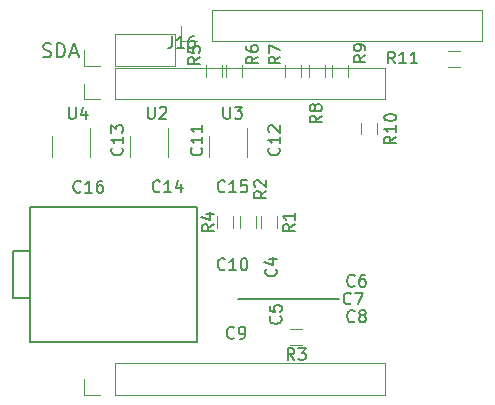
<source format=gto>
G04 #@! TF.FileFunction,Legend,Top*
%FSLAX46Y46*%
G04 Gerber Fmt 4.6, Leading zero omitted, Abs format (unit mm)*
G04 Created by KiCad (PCBNEW 4.0.7-e2-6376~58~ubuntu16.04.1) date Mon Mar 19 16:28:18 2018*
%MOMM*%
%LPD*%
G01*
G04 APERTURE LIST*
%ADD10C,0.100000*%
%ADD11C,0.150000*%
%ADD12C,0.200000*%
%ADD13C,0.120000*%
G04 APERTURE END LIST*
D10*
D11*
X84050000Y-100140000D02*
X92550000Y-100140000D01*
D12*
X67492857Y-79625714D02*
X67664286Y-79682857D01*
X67950000Y-79682857D01*
X68064286Y-79625714D01*
X68121429Y-79568571D01*
X68178572Y-79454286D01*
X68178572Y-79340000D01*
X68121429Y-79225714D01*
X68064286Y-79168571D01*
X67950000Y-79111429D01*
X67721429Y-79054286D01*
X67607143Y-78997143D01*
X67550000Y-78940000D01*
X67492857Y-78825714D01*
X67492857Y-78711429D01*
X67550000Y-78597143D01*
X67607143Y-78540000D01*
X67721429Y-78482857D01*
X68007143Y-78482857D01*
X68178572Y-78540000D01*
X68692857Y-79682857D02*
X68692857Y-78482857D01*
X68978572Y-78482857D01*
X69150000Y-78540000D01*
X69264286Y-78654286D01*
X69321429Y-78768571D01*
X69378572Y-78997143D01*
X69378572Y-79168571D01*
X69321429Y-79397143D01*
X69264286Y-79511429D01*
X69150000Y-79625714D01*
X68978572Y-79682857D01*
X68692857Y-79682857D01*
X69835714Y-79340000D02*
X70407143Y-79340000D01*
X69721429Y-79682857D02*
X70121429Y-78482857D01*
X70521429Y-79682857D01*
D11*
X66440000Y-96040000D02*
X64940000Y-96040000D01*
X64940000Y-96040000D02*
X64940000Y-100040000D01*
X64940000Y-100040000D02*
X66440000Y-100040000D01*
X66440000Y-92340000D02*
X80540000Y-92340000D01*
X80540000Y-92340000D02*
X80540000Y-103740000D01*
X80540000Y-103740000D02*
X66440000Y-103740000D01*
X66440000Y-103740000D02*
X66440000Y-92340000D01*
D13*
X96490000Y-83230000D02*
X96490000Y-80570000D01*
X73570000Y-83230000D02*
X96490000Y-83230000D01*
X73570000Y-80570000D02*
X96490000Y-80570000D01*
X73570000Y-83230000D02*
X73570000Y-80570000D01*
X72300000Y-83230000D02*
X70970000Y-83230000D01*
X70970000Y-83230000D02*
X70970000Y-81900000D01*
X104710000Y-78310000D02*
X104710000Y-75650000D01*
X81790000Y-78310000D02*
X104710000Y-78310000D01*
X81790000Y-75650000D02*
X104710000Y-75650000D01*
X81790000Y-78310000D02*
X81790000Y-75650000D01*
X80520000Y-78310000D02*
X79190000Y-78310000D01*
X79190000Y-78310000D02*
X79190000Y-76980000D01*
X96490000Y-108230000D02*
X96490000Y-105570000D01*
X73570000Y-108230000D02*
X96490000Y-108230000D01*
X73570000Y-105570000D02*
X96490000Y-105570000D01*
X73570000Y-108230000D02*
X73570000Y-105570000D01*
X72300000Y-108230000D02*
X70970000Y-108230000D01*
X70970000Y-108230000D02*
X70970000Y-106900000D01*
X87330000Y-93140000D02*
X87330000Y-94140000D01*
X85970000Y-94140000D02*
X85970000Y-93140000D01*
X84170000Y-94140000D02*
X84170000Y-93140000D01*
X85530000Y-93140000D02*
X85530000Y-94140000D01*
X88450000Y-102660000D02*
X89450000Y-102660000D01*
X89450000Y-104020000D02*
X88450000Y-104020000D01*
X83630000Y-93140000D02*
X83630000Y-94140000D01*
X82270000Y-94140000D02*
X82270000Y-93140000D01*
X74890000Y-86340000D02*
X74890000Y-88140000D01*
X78110000Y-88140000D02*
X78110000Y-85690000D01*
X81545000Y-86340000D02*
X81545000Y-88140000D01*
X84765000Y-88140000D02*
X84765000Y-85690000D01*
X68250000Y-86340000D02*
X68250000Y-88140000D01*
X71470000Y-88140000D02*
X71470000Y-85690000D01*
X83020000Y-81340000D02*
X83020000Y-80340000D01*
X84380000Y-80340000D02*
X84380000Y-81340000D01*
X89330000Y-80330000D02*
X89330000Y-81330000D01*
X87970000Y-81330000D02*
X87970000Y-80330000D01*
X91355000Y-80330000D02*
X91355000Y-81330000D01*
X89995000Y-81330000D02*
X89995000Y-80330000D01*
X93355000Y-80330000D02*
X93355000Y-81330000D01*
X91995000Y-81330000D02*
X91995000Y-80330000D01*
X95805000Y-85190000D02*
X95805000Y-86190000D01*
X94445000Y-86190000D02*
X94445000Y-85190000D01*
X102775000Y-80470000D02*
X101775000Y-80470000D01*
X101775000Y-79110000D02*
X102775000Y-79110000D01*
X78720000Y-80370000D02*
X78720000Y-77710000D01*
X73580000Y-80370000D02*
X78720000Y-80370000D01*
X73580000Y-77710000D02*
X78720000Y-77710000D01*
X73580000Y-80370000D02*
X73580000Y-77710000D01*
X72310000Y-80370000D02*
X70980000Y-80370000D01*
X70980000Y-80370000D02*
X70980000Y-79040000D01*
X81270000Y-81340000D02*
X81270000Y-80340000D01*
X82630000Y-80340000D02*
X82630000Y-81340000D01*
D11*
X78440477Y-77892381D02*
X78440477Y-78606667D01*
X78392857Y-78749524D01*
X78297619Y-78844762D01*
X78154762Y-78892381D01*
X78059524Y-78892381D01*
X79440477Y-78892381D02*
X78869048Y-78892381D01*
X79154762Y-78892381D02*
X79154762Y-77892381D01*
X79059524Y-78035238D01*
X78964286Y-78130476D01*
X78869048Y-78178095D01*
X80297620Y-77892381D02*
X80107143Y-77892381D01*
X80011905Y-77940000D01*
X79964286Y-77987619D01*
X79869048Y-78130476D01*
X79821429Y-78320952D01*
X79821429Y-78701905D01*
X79869048Y-78797143D01*
X79916667Y-78844762D01*
X80011905Y-78892381D01*
X80202382Y-78892381D01*
X80297620Y-78844762D01*
X80345239Y-78797143D01*
X80392858Y-78701905D01*
X80392858Y-78463810D01*
X80345239Y-78368571D01*
X80297620Y-78320952D01*
X80202382Y-78273333D01*
X80011905Y-78273333D01*
X79916667Y-78320952D01*
X79869048Y-78368571D01*
X79821429Y-78463810D01*
D12*
X87207143Y-97606666D02*
X87254762Y-97654285D01*
X87302381Y-97797142D01*
X87302381Y-97892380D01*
X87254762Y-98035238D01*
X87159524Y-98130476D01*
X87064286Y-98178095D01*
X86873810Y-98225714D01*
X86730952Y-98225714D01*
X86540476Y-98178095D01*
X86445238Y-98130476D01*
X86350000Y-98035238D01*
X86302381Y-97892380D01*
X86302381Y-97797142D01*
X86350000Y-97654285D01*
X86397619Y-97606666D01*
X86635714Y-96749523D02*
X87302381Y-96749523D01*
X86254762Y-96987619D02*
X86969048Y-97225714D01*
X86969048Y-96606666D01*
X87607143Y-101606666D02*
X87654762Y-101654285D01*
X87702381Y-101797142D01*
X87702381Y-101892380D01*
X87654762Y-102035238D01*
X87559524Y-102130476D01*
X87464286Y-102178095D01*
X87273810Y-102225714D01*
X87130952Y-102225714D01*
X86940476Y-102178095D01*
X86845238Y-102130476D01*
X86750000Y-102035238D01*
X86702381Y-101892380D01*
X86702381Y-101797142D01*
X86750000Y-101654285D01*
X86797619Y-101606666D01*
X86702381Y-100701904D02*
X86702381Y-101178095D01*
X87178571Y-101225714D01*
X87130952Y-101178095D01*
X87083333Y-101082857D01*
X87083333Y-100844761D01*
X87130952Y-100749523D01*
X87178571Y-100701904D01*
X87273810Y-100654285D01*
X87511905Y-100654285D01*
X87607143Y-100701904D01*
X87654762Y-100749523D01*
X87702381Y-100844761D01*
X87702381Y-101082857D01*
X87654762Y-101178095D01*
X87607143Y-101225714D01*
X93883334Y-98997143D02*
X93835715Y-99044762D01*
X93692858Y-99092381D01*
X93597620Y-99092381D01*
X93454762Y-99044762D01*
X93359524Y-98949524D01*
X93311905Y-98854286D01*
X93264286Y-98663810D01*
X93264286Y-98520952D01*
X93311905Y-98330476D01*
X93359524Y-98235238D01*
X93454762Y-98140000D01*
X93597620Y-98092381D01*
X93692858Y-98092381D01*
X93835715Y-98140000D01*
X93883334Y-98187619D01*
X94740477Y-98092381D02*
X94550000Y-98092381D01*
X94454762Y-98140000D01*
X94407143Y-98187619D01*
X94311905Y-98330476D01*
X94264286Y-98520952D01*
X94264286Y-98901905D01*
X94311905Y-98997143D01*
X94359524Y-99044762D01*
X94454762Y-99092381D01*
X94645239Y-99092381D01*
X94740477Y-99044762D01*
X94788096Y-98997143D01*
X94835715Y-98901905D01*
X94835715Y-98663810D01*
X94788096Y-98568571D01*
X94740477Y-98520952D01*
X94645239Y-98473333D01*
X94454762Y-98473333D01*
X94359524Y-98520952D01*
X94311905Y-98568571D01*
X94264286Y-98663810D01*
X93583334Y-100497143D02*
X93535715Y-100544762D01*
X93392858Y-100592381D01*
X93297620Y-100592381D01*
X93154762Y-100544762D01*
X93059524Y-100449524D01*
X93011905Y-100354286D01*
X92964286Y-100163810D01*
X92964286Y-100020952D01*
X93011905Y-99830476D01*
X93059524Y-99735238D01*
X93154762Y-99640000D01*
X93297620Y-99592381D01*
X93392858Y-99592381D01*
X93535715Y-99640000D01*
X93583334Y-99687619D01*
X93916667Y-99592381D02*
X94583334Y-99592381D01*
X94154762Y-100592381D01*
X93883334Y-101997143D02*
X93835715Y-102044762D01*
X93692858Y-102092381D01*
X93597620Y-102092381D01*
X93454762Y-102044762D01*
X93359524Y-101949524D01*
X93311905Y-101854286D01*
X93264286Y-101663810D01*
X93264286Y-101520952D01*
X93311905Y-101330476D01*
X93359524Y-101235238D01*
X93454762Y-101140000D01*
X93597620Y-101092381D01*
X93692858Y-101092381D01*
X93835715Y-101140000D01*
X93883334Y-101187619D01*
X94454762Y-101520952D02*
X94359524Y-101473333D01*
X94311905Y-101425714D01*
X94264286Y-101330476D01*
X94264286Y-101282857D01*
X94311905Y-101187619D01*
X94359524Y-101140000D01*
X94454762Y-101092381D01*
X94645239Y-101092381D01*
X94740477Y-101140000D01*
X94788096Y-101187619D01*
X94835715Y-101282857D01*
X94835715Y-101330476D01*
X94788096Y-101425714D01*
X94740477Y-101473333D01*
X94645239Y-101520952D01*
X94454762Y-101520952D01*
X94359524Y-101568571D01*
X94311905Y-101616190D01*
X94264286Y-101711429D01*
X94264286Y-101901905D01*
X94311905Y-101997143D01*
X94359524Y-102044762D01*
X94454762Y-102092381D01*
X94645239Y-102092381D01*
X94740477Y-102044762D01*
X94788096Y-101997143D01*
X94835715Y-101901905D01*
X94835715Y-101711429D01*
X94788096Y-101616190D01*
X94740477Y-101568571D01*
X94645239Y-101520952D01*
X83683334Y-103397143D02*
X83635715Y-103444762D01*
X83492858Y-103492381D01*
X83397620Y-103492381D01*
X83254762Y-103444762D01*
X83159524Y-103349524D01*
X83111905Y-103254286D01*
X83064286Y-103063810D01*
X83064286Y-102920952D01*
X83111905Y-102730476D01*
X83159524Y-102635238D01*
X83254762Y-102540000D01*
X83397620Y-102492381D01*
X83492858Y-102492381D01*
X83635715Y-102540000D01*
X83683334Y-102587619D01*
X84159524Y-103492381D02*
X84350000Y-103492381D01*
X84445239Y-103444762D01*
X84492858Y-103397143D01*
X84588096Y-103254286D01*
X84635715Y-103063810D01*
X84635715Y-102682857D01*
X84588096Y-102587619D01*
X84540477Y-102540000D01*
X84445239Y-102492381D01*
X84254762Y-102492381D01*
X84159524Y-102540000D01*
X84111905Y-102587619D01*
X84064286Y-102682857D01*
X84064286Y-102920952D01*
X84111905Y-103016190D01*
X84159524Y-103063810D01*
X84254762Y-103111429D01*
X84445239Y-103111429D01*
X84540477Y-103063810D01*
X84588096Y-103016190D01*
X84635715Y-102920952D01*
X82907143Y-97597143D02*
X82859524Y-97644762D01*
X82716667Y-97692381D01*
X82621429Y-97692381D01*
X82478571Y-97644762D01*
X82383333Y-97549524D01*
X82335714Y-97454286D01*
X82288095Y-97263810D01*
X82288095Y-97120952D01*
X82335714Y-96930476D01*
X82383333Y-96835238D01*
X82478571Y-96740000D01*
X82621429Y-96692381D01*
X82716667Y-96692381D01*
X82859524Y-96740000D01*
X82907143Y-96787619D01*
X83859524Y-97692381D02*
X83288095Y-97692381D01*
X83573809Y-97692381D02*
X83573809Y-96692381D01*
X83478571Y-96835238D01*
X83383333Y-96930476D01*
X83288095Y-96978095D01*
X84478571Y-96692381D02*
X84573810Y-96692381D01*
X84669048Y-96740000D01*
X84716667Y-96787619D01*
X84764286Y-96882857D01*
X84811905Y-97073333D01*
X84811905Y-97311429D01*
X84764286Y-97501905D01*
X84716667Y-97597143D01*
X84669048Y-97644762D01*
X84573810Y-97692381D01*
X84478571Y-97692381D01*
X84383333Y-97644762D01*
X84335714Y-97597143D01*
X84288095Y-97501905D01*
X84240476Y-97311429D01*
X84240476Y-97073333D01*
X84288095Y-96882857D01*
X84335714Y-96787619D01*
X84383333Y-96740000D01*
X84478571Y-96692381D01*
D11*
X88802381Y-93806666D02*
X88326190Y-94140000D01*
X88802381Y-94378095D02*
X87802381Y-94378095D01*
X87802381Y-93997142D01*
X87850000Y-93901904D01*
X87897619Y-93854285D01*
X87992857Y-93806666D01*
X88135714Y-93806666D01*
X88230952Y-93854285D01*
X88278571Y-93901904D01*
X88326190Y-93997142D01*
X88326190Y-94378095D01*
X88802381Y-92854285D02*
X88802381Y-93425714D01*
X88802381Y-93140000D02*
X87802381Y-93140000D01*
X87945238Y-93235238D01*
X88040476Y-93330476D01*
X88088095Y-93425714D01*
D12*
X86402381Y-91006666D02*
X85926190Y-91340000D01*
X86402381Y-91578095D02*
X85402381Y-91578095D01*
X85402381Y-91197142D01*
X85450000Y-91101904D01*
X85497619Y-91054285D01*
X85592857Y-91006666D01*
X85735714Y-91006666D01*
X85830952Y-91054285D01*
X85878571Y-91101904D01*
X85926190Y-91197142D01*
X85926190Y-91578095D01*
X85497619Y-90625714D02*
X85450000Y-90578095D01*
X85402381Y-90482857D01*
X85402381Y-90244761D01*
X85450000Y-90149523D01*
X85497619Y-90101904D01*
X85592857Y-90054285D01*
X85688095Y-90054285D01*
X85830952Y-90101904D01*
X86402381Y-90673333D01*
X86402381Y-90054285D01*
X88783334Y-105292381D02*
X88450000Y-104816190D01*
X88211905Y-105292381D02*
X88211905Y-104292381D01*
X88592858Y-104292381D01*
X88688096Y-104340000D01*
X88735715Y-104387619D01*
X88783334Y-104482857D01*
X88783334Y-104625714D01*
X88735715Y-104720952D01*
X88688096Y-104768571D01*
X88592858Y-104816190D01*
X88211905Y-104816190D01*
X89116667Y-104292381D02*
X89735715Y-104292381D01*
X89402381Y-104673333D01*
X89545239Y-104673333D01*
X89640477Y-104720952D01*
X89688096Y-104768571D01*
X89735715Y-104863810D01*
X89735715Y-105101905D01*
X89688096Y-105197143D01*
X89640477Y-105244762D01*
X89545239Y-105292381D01*
X89259524Y-105292381D01*
X89164286Y-105244762D01*
X89116667Y-105197143D01*
D11*
X81952381Y-93806666D02*
X81476190Y-94140000D01*
X81952381Y-94378095D02*
X80952381Y-94378095D01*
X80952381Y-93997142D01*
X81000000Y-93901904D01*
X81047619Y-93854285D01*
X81142857Y-93806666D01*
X81285714Y-93806666D01*
X81380952Y-93854285D01*
X81428571Y-93901904D01*
X81476190Y-93997142D01*
X81476190Y-94378095D01*
X81285714Y-92949523D02*
X81952381Y-92949523D01*
X80904762Y-93187619D02*
X81619048Y-93425714D01*
X81619048Y-92806666D01*
D12*
X80907143Y-87332857D02*
X80954762Y-87380476D01*
X81002381Y-87523333D01*
X81002381Y-87618571D01*
X80954762Y-87761429D01*
X80859524Y-87856667D01*
X80764286Y-87904286D01*
X80573810Y-87951905D01*
X80430952Y-87951905D01*
X80240476Y-87904286D01*
X80145238Y-87856667D01*
X80050000Y-87761429D01*
X80002381Y-87618571D01*
X80002381Y-87523333D01*
X80050000Y-87380476D01*
X80097619Y-87332857D01*
X81002381Y-86380476D02*
X81002381Y-86951905D01*
X81002381Y-86666191D02*
X80002381Y-86666191D01*
X80145238Y-86761429D01*
X80240476Y-86856667D01*
X80288095Y-86951905D01*
X81002381Y-85428095D02*
X81002381Y-85999524D01*
X81002381Y-85713810D02*
X80002381Y-85713810D01*
X80145238Y-85809048D01*
X80240476Y-85904286D01*
X80288095Y-85999524D01*
X87477143Y-87332857D02*
X87524762Y-87380476D01*
X87572381Y-87523333D01*
X87572381Y-87618571D01*
X87524762Y-87761429D01*
X87429524Y-87856667D01*
X87334286Y-87904286D01*
X87143810Y-87951905D01*
X87000952Y-87951905D01*
X86810476Y-87904286D01*
X86715238Y-87856667D01*
X86620000Y-87761429D01*
X86572381Y-87618571D01*
X86572381Y-87523333D01*
X86620000Y-87380476D01*
X86667619Y-87332857D01*
X87572381Y-86380476D02*
X87572381Y-86951905D01*
X87572381Y-86666191D02*
X86572381Y-86666191D01*
X86715238Y-86761429D01*
X86810476Y-86856667D01*
X86858095Y-86951905D01*
X86667619Y-85999524D02*
X86620000Y-85951905D01*
X86572381Y-85856667D01*
X86572381Y-85618571D01*
X86620000Y-85523333D01*
X86667619Y-85475714D01*
X86762857Y-85428095D01*
X86858095Y-85428095D01*
X87000952Y-85475714D01*
X87572381Y-86047143D01*
X87572381Y-85428095D01*
X74177143Y-87332857D02*
X74224762Y-87380476D01*
X74272381Y-87523333D01*
X74272381Y-87618571D01*
X74224762Y-87761429D01*
X74129524Y-87856667D01*
X74034286Y-87904286D01*
X73843810Y-87951905D01*
X73700952Y-87951905D01*
X73510476Y-87904286D01*
X73415238Y-87856667D01*
X73320000Y-87761429D01*
X73272381Y-87618571D01*
X73272381Y-87523333D01*
X73320000Y-87380476D01*
X73367619Y-87332857D01*
X74272381Y-86380476D02*
X74272381Y-86951905D01*
X74272381Y-86666191D02*
X73272381Y-86666191D01*
X73415238Y-86761429D01*
X73510476Y-86856667D01*
X73558095Y-86951905D01*
X73272381Y-86047143D02*
X73272381Y-85428095D01*
X73653333Y-85761429D01*
X73653333Y-85618571D01*
X73700952Y-85523333D01*
X73748571Y-85475714D01*
X73843810Y-85428095D01*
X74081905Y-85428095D01*
X74177143Y-85475714D01*
X74224762Y-85523333D01*
X74272381Y-85618571D01*
X74272381Y-85904286D01*
X74224762Y-85999524D01*
X74177143Y-86047143D01*
X77407143Y-90997143D02*
X77359524Y-91044762D01*
X77216667Y-91092381D01*
X77121429Y-91092381D01*
X76978571Y-91044762D01*
X76883333Y-90949524D01*
X76835714Y-90854286D01*
X76788095Y-90663810D01*
X76788095Y-90520952D01*
X76835714Y-90330476D01*
X76883333Y-90235238D01*
X76978571Y-90140000D01*
X77121429Y-90092381D01*
X77216667Y-90092381D01*
X77359524Y-90140000D01*
X77407143Y-90187619D01*
X78359524Y-91092381D02*
X77788095Y-91092381D01*
X78073809Y-91092381D02*
X78073809Y-90092381D01*
X77978571Y-90235238D01*
X77883333Y-90330476D01*
X77788095Y-90378095D01*
X79216667Y-90425714D02*
X79216667Y-91092381D01*
X78978571Y-90044762D02*
X78740476Y-90759048D01*
X79359524Y-90759048D01*
X82907143Y-90997143D02*
X82859524Y-91044762D01*
X82716667Y-91092381D01*
X82621429Y-91092381D01*
X82478571Y-91044762D01*
X82383333Y-90949524D01*
X82335714Y-90854286D01*
X82288095Y-90663810D01*
X82288095Y-90520952D01*
X82335714Y-90330476D01*
X82383333Y-90235238D01*
X82478571Y-90140000D01*
X82621429Y-90092381D01*
X82716667Y-90092381D01*
X82859524Y-90140000D01*
X82907143Y-90187619D01*
X83859524Y-91092381D02*
X83288095Y-91092381D01*
X83573809Y-91092381D02*
X83573809Y-90092381D01*
X83478571Y-90235238D01*
X83383333Y-90330476D01*
X83288095Y-90378095D01*
X84764286Y-90092381D02*
X84288095Y-90092381D01*
X84240476Y-90568571D01*
X84288095Y-90520952D01*
X84383333Y-90473333D01*
X84621429Y-90473333D01*
X84716667Y-90520952D01*
X84764286Y-90568571D01*
X84811905Y-90663810D01*
X84811905Y-90901905D01*
X84764286Y-90997143D01*
X84716667Y-91044762D01*
X84621429Y-91092381D01*
X84383333Y-91092381D01*
X84288095Y-91044762D01*
X84240476Y-90997143D01*
X70707143Y-91022143D02*
X70659524Y-91069762D01*
X70516667Y-91117381D01*
X70421429Y-91117381D01*
X70278571Y-91069762D01*
X70183333Y-90974524D01*
X70135714Y-90879286D01*
X70088095Y-90688810D01*
X70088095Y-90545952D01*
X70135714Y-90355476D01*
X70183333Y-90260238D01*
X70278571Y-90165000D01*
X70421429Y-90117381D01*
X70516667Y-90117381D01*
X70659524Y-90165000D01*
X70707143Y-90212619D01*
X71659524Y-91117381D02*
X71088095Y-91117381D01*
X71373809Y-91117381D02*
X71373809Y-90117381D01*
X71278571Y-90260238D01*
X71183333Y-90355476D01*
X71088095Y-90403095D01*
X72516667Y-90117381D02*
X72326190Y-90117381D01*
X72230952Y-90165000D01*
X72183333Y-90212619D01*
X72088095Y-90355476D01*
X72040476Y-90545952D01*
X72040476Y-90926905D01*
X72088095Y-91022143D01*
X72135714Y-91069762D01*
X72230952Y-91117381D01*
X72421429Y-91117381D01*
X72516667Y-91069762D01*
X72564286Y-91022143D01*
X72611905Y-90926905D01*
X72611905Y-90688810D01*
X72564286Y-90593571D01*
X72516667Y-90545952D01*
X72421429Y-90498333D01*
X72230952Y-90498333D01*
X72135714Y-90545952D01*
X72088095Y-90593571D01*
X72040476Y-90688810D01*
X76388095Y-83867381D02*
X76388095Y-84676905D01*
X76435714Y-84772143D01*
X76483333Y-84819762D01*
X76578571Y-84867381D01*
X76769048Y-84867381D01*
X76864286Y-84819762D01*
X76911905Y-84772143D01*
X76959524Y-84676905D01*
X76959524Y-83867381D01*
X77388095Y-83962619D02*
X77435714Y-83915000D01*
X77530952Y-83867381D01*
X77769048Y-83867381D01*
X77864286Y-83915000D01*
X77911905Y-83962619D01*
X77959524Y-84057857D01*
X77959524Y-84153095D01*
X77911905Y-84295952D01*
X77340476Y-84867381D01*
X77959524Y-84867381D01*
X82788095Y-83867381D02*
X82788095Y-84676905D01*
X82835714Y-84772143D01*
X82883333Y-84819762D01*
X82978571Y-84867381D01*
X83169048Y-84867381D01*
X83264286Y-84819762D01*
X83311905Y-84772143D01*
X83359524Y-84676905D01*
X83359524Y-83867381D01*
X83740476Y-83867381D02*
X84359524Y-83867381D01*
X84026190Y-84248333D01*
X84169048Y-84248333D01*
X84264286Y-84295952D01*
X84311905Y-84343571D01*
X84359524Y-84438810D01*
X84359524Y-84676905D01*
X84311905Y-84772143D01*
X84264286Y-84819762D01*
X84169048Y-84867381D01*
X83883333Y-84867381D01*
X83788095Y-84819762D01*
X83740476Y-84772143D01*
X69688095Y-83892381D02*
X69688095Y-84701905D01*
X69735714Y-84797143D01*
X69783333Y-84844762D01*
X69878571Y-84892381D01*
X70069048Y-84892381D01*
X70164286Y-84844762D01*
X70211905Y-84797143D01*
X70259524Y-84701905D01*
X70259524Y-83892381D01*
X71164286Y-84225714D02*
X71164286Y-84892381D01*
X70926190Y-83844762D02*
X70688095Y-84559048D01*
X71307143Y-84559048D01*
X85702381Y-79606666D02*
X85226190Y-79940000D01*
X85702381Y-80178095D02*
X84702381Y-80178095D01*
X84702381Y-79797142D01*
X84750000Y-79701904D01*
X84797619Y-79654285D01*
X84892857Y-79606666D01*
X85035714Y-79606666D01*
X85130952Y-79654285D01*
X85178571Y-79701904D01*
X85226190Y-79797142D01*
X85226190Y-80178095D01*
X84702381Y-78749523D02*
X84702381Y-78940000D01*
X84750000Y-79035238D01*
X84797619Y-79082857D01*
X84940476Y-79178095D01*
X85130952Y-79225714D01*
X85511905Y-79225714D01*
X85607143Y-79178095D01*
X85654762Y-79130476D01*
X85702381Y-79035238D01*
X85702381Y-78844761D01*
X85654762Y-78749523D01*
X85607143Y-78701904D01*
X85511905Y-78654285D01*
X85273810Y-78654285D01*
X85178571Y-78701904D01*
X85130952Y-78749523D01*
X85083333Y-78844761D01*
X85083333Y-79035238D01*
X85130952Y-79130476D01*
X85178571Y-79178095D01*
X85273810Y-79225714D01*
D11*
X87602381Y-79606666D02*
X87126190Y-79940000D01*
X87602381Y-80178095D02*
X86602381Y-80178095D01*
X86602381Y-79797142D01*
X86650000Y-79701904D01*
X86697619Y-79654285D01*
X86792857Y-79606666D01*
X86935714Y-79606666D01*
X87030952Y-79654285D01*
X87078571Y-79701904D01*
X87126190Y-79797142D01*
X87126190Y-80178095D01*
X86602381Y-79273333D02*
X86602381Y-78606666D01*
X87602381Y-79035238D01*
X91102381Y-84606666D02*
X90626190Y-84940000D01*
X91102381Y-85178095D02*
X90102381Y-85178095D01*
X90102381Y-84797142D01*
X90150000Y-84701904D01*
X90197619Y-84654285D01*
X90292857Y-84606666D01*
X90435714Y-84606666D01*
X90530952Y-84654285D01*
X90578571Y-84701904D01*
X90626190Y-84797142D01*
X90626190Y-85178095D01*
X90530952Y-84035238D02*
X90483333Y-84130476D01*
X90435714Y-84178095D01*
X90340476Y-84225714D01*
X90292857Y-84225714D01*
X90197619Y-84178095D01*
X90150000Y-84130476D01*
X90102381Y-84035238D01*
X90102381Y-83844761D01*
X90150000Y-83749523D01*
X90197619Y-83701904D01*
X90292857Y-83654285D01*
X90340476Y-83654285D01*
X90435714Y-83701904D01*
X90483333Y-83749523D01*
X90530952Y-83844761D01*
X90530952Y-84035238D01*
X90578571Y-84130476D01*
X90626190Y-84178095D01*
X90721429Y-84225714D01*
X90911905Y-84225714D01*
X91007143Y-84178095D01*
X91054762Y-84130476D01*
X91102381Y-84035238D01*
X91102381Y-83844761D01*
X91054762Y-83749523D01*
X91007143Y-83701904D01*
X90911905Y-83654285D01*
X90721429Y-83654285D01*
X90626190Y-83701904D01*
X90578571Y-83749523D01*
X90530952Y-83844761D01*
D12*
X94802381Y-79506666D02*
X94326190Y-79840000D01*
X94802381Y-80078095D02*
X93802381Y-80078095D01*
X93802381Y-79697142D01*
X93850000Y-79601904D01*
X93897619Y-79554285D01*
X93992857Y-79506666D01*
X94135714Y-79506666D01*
X94230952Y-79554285D01*
X94278571Y-79601904D01*
X94326190Y-79697142D01*
X94326190Y-80078095D01*
X94802381Y-79030476D02*
X94802381Y-78840000D01*
X94754762Y-78744761D01*
X94707143Y-78697142D01*
X94564286Y-78601904D01*
X94373810Y-78554285D01*
X93992857Y-78554285D01*
X93897619Y-78601904D01*
X93850000Y-78649523D01*
X93802381Y-78744761D01*
X93802381Y-78935238D01*
X93850000Y-79030476D01*
X93897619Y-79078095D01*
X93992857Y-79125714D01*
X94230952Y-79125714D01*
X94326190Y-79078095D01*
X94373810Y-79030476D01*
X94421429Y-78935238D01*
X94421429Y-78744761D01*
X94373810Y-78649523D01*
X94326190Y-78601904D01*
X94230952Y-78554285D01*
X97402381Y-86382857D02*
X96926190Y-86716191D01*
X97402381Y-86954286D02*
X96402381Y-86954286D01*
X96402381Y-86573333D01*
X96450000Y-86478095D01*
X96497619Y-86430476D01*
X96592857Y-86382857D01*
X96735714Y-86382857D01*
X96830952Y-86430476D01*
X96878571Y-86478095D01*
X96926190Y-86573333D01*
X96926190Y-86954286D01*
X97402381Y-85430476D02*
X97402381Y-86001905D01*
X97402381Y-85716191D02*
X96402381Y-85716191D01*
X96545238Y-85811429D01*
X96640476Y-85906667D01*
X96688095Y-86001905D01*
X96402381Y-84811429D02*
X96402381Y-84716190D01*
X96450000Y-84620952D01*
X96497619Y-84573333D01*
X96592857Y-84525714D01*
X96783333Y-84478095D01*
X97021429Y-84478095D01*
X97211905Y-84525714D01*
X97307143Y-84573333D01*
X97354762Y-84620952D01*
X97402381Y-84716190D01*
X97402381Y-84811429D01*
X97354762Y-84906667D01*
X97307143Y-84954286D01*
X97211905Y-85001905D01*
X97021429Y-85049524D01*
X96783333Y-85049524D01*
X96592857Y-85001905D01*
X96497619Y-84954286D01*
X96450000Y-84906667D01*
X96402381Y-84811429D01*
X97307143Y-80192381D02*
X96973809Y-79716190D01*
X96735714Y-80192381D02*
X96735714Y-79192381D01*
X97116667Y-79192381D01*
X97211905Y-79240000D01*
X97259524Y-79287619D01*
X97307143Y-79382857D01*
X97307143Y-79525714D01*
X97259524Y-79620952D01*
X97211905Y-79668571D01*
X97116667Y-79716190D01*
X96735714Y-79716190D01*
X98259524Y-80192381D02*
X97688095Y-80192381D01*
X97973809Y-80192381D02*
X97973809Y-79192381D01*
X97878571Y-79335238D01*
X97783333Y-79430476D01*
X97688095Y-79478095D01*
X99211905Y-80192381D02*
X98640476Y-80192381D01*
X98926190Y-80192381D02*
X98926190Y-79192381D01*
X98830952Y-79335238D01*
X98735714Y-79430476D01*
X98640476Y-79478095D01*
D11*
X80802381Y-79656666D02*
X80326190Y-79990000D01*
X80802381Y-80228095D02*
X79802381Y-80228095D01*
X79802381Y-79847142D01*
X79850000Y-79751904D01*
X79897619Y-79704285D01*
X79992857Y-79656666D01*
X80135714Y-79656666D01*
X80230952Y-79704285D01*
X80278571Y-79751904D01*
X80326190Y-79847142D01*
X80326190Y-80228095D01*
X79802381Y-78751904D02*
X79802381Y-79228095D01*
X80278571Y-79275714D01*
X80230952Y-79228095D01*
X80183333Y-79132857D01*
X80183333Y-78894761D01*
X80230952Y-78799523D01*
X80278571Y-78751904D01*
X80373810Y-78704285D01*
X80611905Y-78704285D01*
X80707143Y-78751904D01*
X80754762Y-78799523D01*
X80802381Y-78894761D01*
X80802381Y-79132857D01*
X80754762Y-79228095D01*
X80707143Y-79275714D01*
M02*

</source>
